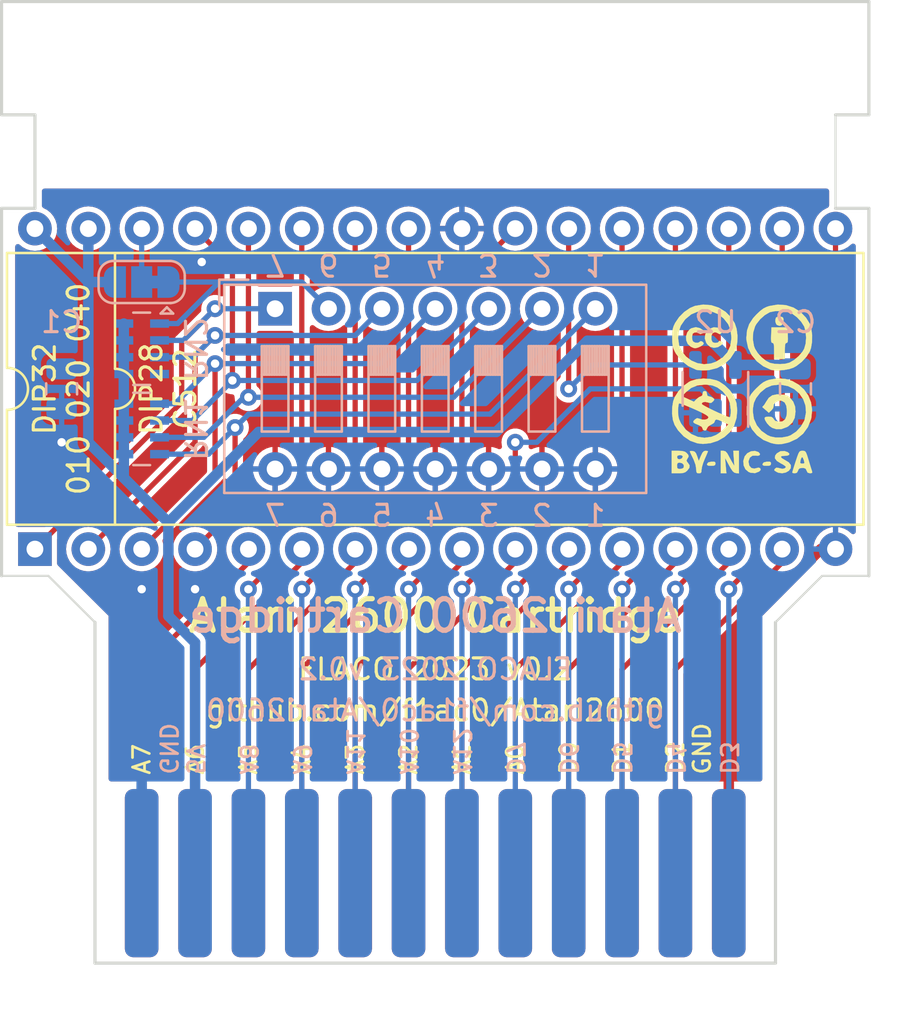
<source format=kicad_pcb>
(kicad_pcb (version 20221018) (generator pcbnew)
  (title_block (title "Atari 2600 Cartridge") (date "2023-05-30") (rev "0.2") (company "FLACO"))
  (layers (0 "F.Cu" signal) (31 "B.Cu" signal) (34 "B.Paste" user) (35 "F.Paste" user) (36 "B.SilkS" user "B.Silkscreen") (37 "F.SilkS" user "F.Silkscreen") (38 "B.Mask" user) (39 "F.Mask" user) (44 "Edge.Cuts" user))
  (net 0 "")
  (net 1 "/A7")
  (net 2 "/A6")
  (net 3 "/A5")
  (net 4 "/A4")
  (net 5 "/A3")
  (net 6 "/A2")
  (net 7 "/A1")
  (net 8 "/A0")
  (net 9 "/D0")
  (net 10 "/D1")
  (net 11 "/D2")
  (net 12 "GND")
  (net 13 "/D3")
  (net 14 "/D4")
  (net 15 "/D5")
  (net 16 "/D6")
  (net 17 "/D7")
  (net 18 "/A12")
  (net 19 "/A10")
  (net 20 "/A11")
  (net 21 "/A9")
  (net 22 "/A8")
  (net 23 "+5V")
  (net 24 "/ROMA12")
  (net 25 "/ROMA13")
  (net 26 "/ROMA14")
  (net 27 "/ROMA15")
  (net 28 "/ROMCE")
  (net 29 "/ROMA18")
  (net 30 "/ROMA16")
  (net 31 "/ROMA17")
  (net 33 "/ROMA17JP")
  (footprint "Package_DIP:DIP-32_W15.24mm" (layer "F.Cu") (at 158.75 111.125 90)
    (fp_text reference "U1" hide)
    (fp_text value "SST39SF040")
    (pad "1" thru_hole rect (at 0 0 90) (size 1.6 1.6) (drill 0.8) (layers "*.Cu" "*.Mask") (net 29 "/ROMA18"))
    (pad "2" thru_hole oval (at 0 2.54 90) (size 1.6 1.6) (drill 0.8) (layers "*.Cu" "*.Mask") (net 30 "/ROMA16"))
    (pad "3" thru_hole oval (at 0 5.08 90) (size 1.6 1.6) (drill 0.8) (layers "*.Cu" "*.Mask") (net 27 "/ROMA15"))
    (pad "4" thru_hole oval (at 0 7.62 90) (size 1.6 1.6) (drill 0.8) (layers "*.Cu" "*.Mask") (net 24 "/ROMA12"))
    (pad "5" thru_hole oval (at 0 10.16 90) (size 1.6 1.6) (drill 0.8) (layers "*.Cu" "*.Mask") (net 1 "/A7"))
    (pad "6" thru_hole oval (at 0 12.7 90) (size 1.6 1.6) (drill 0.8) (layers "*.Cu" "*.Mask") (net 2 "/A6"))
    (pad "7" thru_hole oval (at 0 15.24 90) (size 1.6 1.6) (drill 0.8) (layers "*.Cu" "*.Mask") (net 3 "/A5"))
    (pad "8" thru_hole oval (at 0 17.78 90) (size 1.6 1.6) (drill 0.8) (layers "*.Cu" "*.Mask") (net 4 "/A4"))
    (pad "9" thru_hole oval (at 0 20.32 90) (size 1.6 1.6) (drill 0.8) (layers "*.Cu" "*.Mask") (net 5 "/A3"))
    (pad "10" thru_hole oval (at 0 22.86 90) (size 1.6 1.6) (drill 0.8) (layers "*.Cu" "*.Mask") (net 6 "/A2"))
    (pad "11" thru_hole oval (at 0 25.4 90) (size 1.6 1.6) (drill 0.8) (layers "*.Cu" "*.Mask") (net 7 "/A1"))
    (pad "12" thru_hole oval (at 0 27.94 90) (size 1.6 1.6) (drill 0.8) (layers "*.Cu" "*.Mask") (net 8 "/A0"))
    (pad "13" thru_hole oval (at 0 30.48 90) (size 1.6 1.6) (drill 0.8) (layers "*.Cu" "*.Mask") (net 9 "/D0"))
    (pad "14" thru_hole oval (at 0 33.02 90) (size 1.6 1.6) (drill 0.8) (layers "*.Cu" "*.Mask") (net 10 "/D1"))
    (pad "15" thru_hole oval (at 0 35.56 90) (size 1.6 1.6) (drill 0.8) (layers "*.Cu" "*.Mask") (net 11 "/D2"))
    (pad "16" thru_hole oval (at 0 38.1 90) (size 1.6 1.6) (drill 0.8) (layers "*.Cu" "*.Mask") (net 12 "GND"))
    (pad "17" thru_hole oval (at 15.24 38.1 90) (size 1.6 1.6) (drill 0.8) (layers "*.Cu" "*.Mask") (net 13 "/D3"))
    (pad "18" thru_hole oval (at 15.24 35.56 90) (size 1.6 1.6) (drill 0.8) (layers "*.Cu" "*.Mask") (net 14 "/D4"))
    (pad "19" thru_hole oval (at 15.24 33.02 90) (size 1.6 1.6) (drill 0.8) (layers "*.Cu" "*.Mask") (net 15 "/D5"))
    (pad "20" thru_hole oval (at 15.24 30.48 90) (size 1.6 1.6) (drill 0.8) (layers "*.Cu" "*.Mask") (net 16 "/D6"))
    (pad "21" thru_hole oval (at 15.24 27.94 90) (size 1.6 1.6) (drill 0.8) (layers "*.Cu" "*.Mask") (net 17 "/D7"))
    (pad "22" thru_hole oval (at 15.24 25.4 90) (size 1.6 1.6) (drill 0.8) (layers "*.Cu" "*.Mask") (net 28 "/ROMCE"))
    (pad "23" thru_hole oval (at 15.24 22.86 90) (size 1.6 1.6) (drill 0.8) (layers "*.Cu" "*.Mask") (net 19 "/A10"))
    (pad "24" thru_hole oval (at 15.24 20.32 90) (size 1.6 1.6) (drill 0.8) (layers "*.Cu" "*.Mask") (net 12 "GND"))
    (pad "25" thru_hole oval (at 15.24 17.78 90) (size 1.6 1.6) (drill 0.8) (layers "*.Cu" "*.Mask") (net 20 "/A11"))
    (pad "26" thru_hole oval (at 15.24 15.24 90) (size 1.6 1.6) (drill 0.8) (layers "*.Cu" "*.Mask") (net 21 "/A9"))
    (pad "27" thru_hole oval (at 15.24 12.7 90) (size 1.6 1.6) (drill 0.8) (layers "*.Cu" "*.Mask") (net 22 "/A8"))
    (pad "28" thru_hole oval (at 15.24 10.16 90) (size 1.6 1.6) (drill 0.8) (layers "*.Cu" "*.Mask") (net 25 "/ROMA13"))
    (pad "29" thru_hole oval (at 15.24 7.62 90) (size 1.6 1.6) (drill 0.8) (layers "*.Cu" "*.Mask") (net 26 "/ROMA14"))
    (pad "30" thru_hole oval (at 15.24 5.08 90) (size 1.6 1.6) (drill 0.8) (layers "*.Cu" "*.Mask") (net 31 "/ROMA17"))
    (pad "31" thru_hole oval (at 15.24 2.54 90) (size 1.6 1.6) (drill 0.8) (layers "*.Cu" "*.Mask") (net 23 "+5V"))
    (pad "32" thru_hole oval (at 15.24 0 90) (size 1.6 1.6) (drill 0.8) (layers "*.Cu" "*.Mask") (net 23 "+5V"))
  )
  (footprint "Sassa:CC_BY_NC_SA_square_silkscreen" (layer "F.Cu") (at 192.405 103.505)
    (fp_text reference "FID1" hide)
    (fp_text value "License" hide)
  )
  (footprint "Sassa:Atari2600_Cartridge_2x12_P2.54mm" (layer "F.Cu") (at 163.83 126.532)
    (fp_text reference "J1" hide)
    (fp_text value "Atari_2600_Cartridge_Port")
    (pad "1" smd roundrect (at 0 0) (size 1.6 8) (layers "F.Cu" "F.Paste" "F.Mask") (net 1 "/A7"))
    (pad "2" smd roundrect (at 2.54 0) (size 1.6 8) (layers "F.Cu" "F.Paste" "F.Mask") (net 2 "/A6"))
    (pad "3" smd roundrect (at 5.08 0) (size 1.6 8) (layers "F.Cu" "F.Paste" "F.Mask") (net 3 "/A5"))
    (pad "4" smd roundrect (at 7.62 0) (size 1.6 8) (layers "F.Cu" "F.Paste" "F.Mask") (net 4 "/A4"))
    (pad "5" smd roundrect (at 10.16 0) (size 1.6 8) (layers "F.Cu" "F.Paste" "F.Mask") (net 5 "/A3"))
    (pad "6" smd roundrect (at 12.7 0) (size 1.6 8) (layers "F.Cu" "F.Paste" "F.Mask") (net 6 "/A2"))
    (pad "7" smd roundrect (at 15.24 0) (size 1.6 8) (layers "F.Cu" "F.Paste" "F.Mask") (net 7 "/A1"))
    (pad "8" smd roundrect (at 17.78 0) (size 1.6 8) (layers "F.Cu" "F.Paste" "F.Mask") (net 8 "/A0"))
    (pad "9" smd roundrect (at 20.32 0) (size 1.6 8) (layers "F.Cu" "F.Paste" "F.Mask") (net 9 "/D0"))
    (pad "10" smd roundrect (at 22.86 0) (size 1.6 8) (layers "F.Cu" "F.Paste" "F.Mask") (net 10 "/D1"))
    (pad "11" smd roundrect (at 25.4 0) (size 1.6 8) (layers "F.Cu" "F.Paste" "F.Mask") (net 11 "/D2"))
    (pad "12" smd roundrect (at 27.94 0) (size 1.6 8) (layers "F.Cu" "F.Paste" "F.Mask") (net 12 "GND"))
    (pad "13" smd roundrect (at 27.94 0) (size 1.6 8) (layers "B.Cu" "B.Paste" "B.Mask") (net 13 "/D3"))
    (pad "14" smd roundrect (at 25.4 0) (size 1.6 8) (layers "B.Cu" "B.Paste" "B.Mask") (net 14 "/D4"))
    (pad "15" smd roundrect (at 22.86 0) (size 1.6 8) (layers "B.Cu" "B.Paste" "B.Mask") (net 15 "/D5"))
    (pad "16" smd roundrect (at 20.32 0) (size 1.6 8) (layers "B.Cu" "B.Paste" "B.Mask") (net 16 "/D6"))
    (pad "17" smd roundrect (at 17.78 0) (size 1.6 8) (layers "B.Cu" "B.Paste" "B.Mask") (net 17 "/D7"))
    (pad "18" smd roundrect (at 15.24 0) (size 1.6 8) (layers "B.Cu" "B.Paste" "B.Mask") (net 18 "/A12"))
    (pad "19" smd roundrect (at 12.7 0) (size 1.6 8) (layers "B.Cu" "B.Paste" "B.Mask") (net 19 "/A10"))
    (pad "20" smd roundrect (at 10.16 0) (size 1.6 8) (layers "B.Cu" "B.Paste" "B.Mask") (net 20 "/A11"))
    (pad "21" smd roundrect (at 7.62 0) (size 1.6 8) (layers "B.Cu" "B.Paste" "B.Mask") (net 21 "/A9"))
    (pad "22" smd roundrect (at 5.08 0) (size 1.6 8) (layers "B.Cu" "B.Paste" "B.Mask") (net 22 "/A8"))
    (pad "23" smd roundrect (at 2.54 0) (size 1.6 8) (layers "B.Cu" "B.Paste" "B.Mask") (net 23 "+5V"))
    (pad "24" smd roundrect (at 0 0) (size 1.6 8) (layers "B.Cu" "B.Paste" "B.Mask") (net 12 "GND"))
  )
  (footprint "Jumper:SolderJumper-3_P1.3mm_Bridged12_RoundedPad1.0x1.5mm" (layer "B.Cu") (at 163.83 98.425 180)
    (fp_text reference "JP1" hide)
    (fp_text value "27C512")
    (fp_poly (pts (xy -0.9 0.3) (xy -0.4 0.3) (xy -0.4 -0.3) (xy -0.9 -0.3)) (fill solid) (layer "B.Cu"))
    (pad "1" smd custom (at -1.3 0 180) (size 1 0.5) (layers "B.Cu" "B.Mask") (net 33 "/ROMA17JP") (options (clearance outline) (anchor rect)) (primitives (gr_circle (center 0 -0.25) (end 0.5 -0.25) (width 0) (fill yes)) (gr_circle (center 0 0.25) (end 0.5 0.25) (width 0) (fill yes)) (gr_poly (pts (xy 0.55 -0.75) (xy 0 -0.75) (xy 0 0.75) (xy 0.55 0.75)) (width 0) (fill yes))))
    (pad "2" smd rect (at 0 0 180) (size 1 1.5) (layers "B.Cu" "B.Mask") (net 31 "/ROMA17"))
    (pad "3" smd custom (at 1.3 0 180) (size 1 0.5) (layers "B.Cu" "B.Mask") (net 23 "+5V") (options (clearance outline) (anchor rect)) (primitives (gr_circle (center 0 -0.25) (end 0.5 -0.25) (width 0) (fill yes)) (gr_circle (center 0 0.25) (end 0.5 0.25) (width 0) (fill yes)) (gr_poly (pts (xy 0 -0.75) (xy -0.55 -0.75) (xy -0.55 0.75) (xy 0 0.75)) (width 0) (fill yes))))
  )
  (footprint "Package_TO_SOT_SMD:SOT-23-5" (layer "B.Cu") (at 191.135 103.505 90)
    (fp_text reference "U2" (at 3.175 0 unlocked) (layer "B.SilkS") (effects (justify mirror)))
    (fp_text value "74LVC1G04")
    (pad "1" smd roundrect (at -1.1375 0.95 90) (size 1.325 0.6) (layers "B.Cu" "B.Paste" "B.Mask"))
    (pad "2" smd roundrect (at -1.1375 0 90) (size 1.325 0.6) (layers "B.Cu" "B.Paste" "B.Mask") (net 18 "/A12"))
    (pad "3" smd roundrect (at -1.1375 -0.95 90) (size 1.325 0.6) (layers "B.Cu" "B.Paste" "B.Mask") (net 12 "GND"))
    (pad "4" smd roundrect (at 1.1375 -0.95 90) (size 1.325 0.6) (layers "B.Cu" "B.Paste" "B.Mask") (net 28 "/ROMCE"))
    (pad "5" smd roundrect (at 1.1375 0.95 90) (size 1.325 0.6) (layers "B.Cu" "B.Paste" "B.Mask") (net 23 "+5V"))
  )
  (footprint "Capacitor_SMD:C_0805_2012Metric" (layer "B.Cu") (at 194.945 103.505 -90)
    (fp_text reference "C2" (at -3.175 0 unlocked) (layer "B.SilkS") (effects (justify mirror)))
    (fp_text value "100nF")
    (pad "1" smd roundrect (at -0.95 0 270) (size 1 1.45) (layers "B.Cu" "B.Paste" "B.Mask") (net 23 "+5V"))
    (pad "2" smd roundrect (at 0.95 0 270) (size 1 1.45) (layers "B.Cu" "B.Paste" "B.Mask") (net 12 "GND"))
  )
  (footprint "Button_Switch_THT:SW_DIP_SPSTx07_Slide_9.78x19.96mm_W7.62mm_P2.54mm" (layer "B.Cu") (at 170.18 99.695 -90)
    (fp_text reference "SW1" hide)
    (fp_text value "SW_DIP_x07")
    (pad "1" thru_hole rect (at 0 0 270) (size 1.6 1.6) (drill 0.8) (layers "*.Cu" "*.Mask") (net 29 "/ROMA18"))
    (pad "2" thru_hole oval (at 0 -2.54 270) (size 1.6 1.6) (drill 0.8) (layers "*.Cu" "*.Mask") (net 33 "/ROMA17JP"))
    (pad "3" thru_hole oval (at 0 -5.08 270) (size 1.6 1.6) (drill 0.8) (layers "*.Cu" "*.Mask") (net 30 "/ROMA16"))
    (pad "4" thru_hole oval (at 0 -7.62 270) (size 1.6 1.6) (drill 0.8) (layers "*.Cu" "*.Mask") (net 27 "/ROMA15"))
    (pad "5" thru_hole oval (at 0 -10.16 270) (size 1.6 1.6) (drill 0.8) (layers "*.Cu" "*.Mask") (net 26 "/ROMA14"))
    (pad "6" thru_hole oval (at 0 -12.7 270) (size 1.6 1.6) (drill 0.8) (layers "*.Cu" "*.Mask") (net 25 "/ROMA13"))
    (pad "7" thru_hole oval (at 0 -15.24 270) (size 1.6 1.6) (drill 0.8) (layers "*.Cu" "*.Mask") (net 24 "/ROMA12"))
    (pad "8" thru_hole oval (at 7.62 -15.24 270) (size 1.6 1.6) (drill 0.8) (layers "*.Cu" "*.Mask") (net 12 "GND"))
    (pad "9" thru_hole oval (at 7.62 -12.7 270) (size 1.6 1.6) (drill 0.8) (layers "*.Cu" "*.Mask") (net 12 "GND"))
    (pad "10" thru_hole oval (at 7.62 -10.16 270) (size 1.6 1.6) (drill 0.8) (layers "*.Cu" "*.Mask") (net 12 "GND"))
    (pad "11" thru_hole oval (at 7.62 -7.62 270) (size 1.6 1.6) (drill 0.8) (layers "*.Cu" "*.Mask") (net 12 "GND"))
    (pad "12" thru_hole oval (at 7.62 -5.08 270) (size 1.6 1.6) (drill 0.8) (layers "*.Cu" "*.Mask") (net 12 "GND"))
    (pad "13" thru_hole oval (at 7.62 -2.54 270) (size 1.6 1.6) (drill 0.8) (layers "*.Cu" "*.Mask") (net 12 "GND"))
    (pad "14" thru_hole oval (at 7.62 0 270) (size 1.6 1.6) (drill 0.8) (layers "*.Cu" "*.Mask") (net 12 "GND"))
  )
  (footprint "Resistor_SMD:R_Array_Concave_4x0603" (layer "B.Cu") (at 163.83 101.6 180)
    (fp_text reference "RN2" (at -2.54 0 270 unlocked) (layer "B.SilkS") (effects (justify mirror)))
    (fp_text value "10k")
    (pad "1" smd rect (at -0.85 1.2 180) (size 0.9 0.4) (layers "B.Cu" "B.Paste" "B.Mask") (net 33 "/ROMA17JP"))
    (pad "2" smd rect (at -0.85 0.4 180) (size 0.9 0.4) (layers "B.Cu" "B.Paste" "B.Mask") (net 29 "/ROMA18"))
    (pad "3" smd rect (at -0.85 -0.4 180) (size 0.9 0.4) (layers "B.Cu" "B.Paste" "B.Mask") (net 30 "/ROMA16"))
    (pad "4" smd rect (at -0.85 -1.2 180) (size 0.9 0.4) (layers "B.Cu" "B.Paste" "B.Mask"))
    (pad "5" smd rect (at 0.85 -1.2 180) (size 0.9 0.4) (layers "B.Cu" "B.Paste" "B.Mask") (net 23 "+5V"))
    (pad "6" smd rect (at 0.85 -0.4 180) (size 0.9 0.4) (layers "B.Cu" "B.Paste" "B.Mask") (net 23 "+5V"))
    (pad "7" smd rect (at 0.85 0.4 180) (size 0.9 0.4) (layers "B.Cu" "B.Paste" "B.Mask") (net 23 "+5V"))
    (pad "8" smd rect (at 0.85 1.2 180) (size 0.9 0.4) (layers "B.Cu" "B.Paste" "B.Mask") (net 23 "+5V"))
  )
  (footprint "Capacitor_SMD:C_0805_2012Metric" (layer "B.Cu") (at 160.02 103.505 -90)
    (fp_text reference "C1" (at -3.175 0 unlocked) (layer "B.SilkS") (effects (justify mirror)))
    (fp_text value "100nF")
    (pad "1" smd roundrect (at -0.95 0 270) (size 1 1.45) (layers "B.Cu" "B.Paste" "B.Mask") (net 23 "+5V"))
    (pad "2" smd roundrect (at 0.95 0 270) (size 1 1.45) (layers "B.Cu" "B.Paste" "B.Mask") (net 12 "GND"))
  )
  (footprint "Resistor_SMD:R_Array_Concave_4x0603" (layer "B.Cu") (at 163.83 105.41 180)
    (fp_text reference "RN1" (at -2.54 0 270 unlocked) (layer "B.SilkS") (effects (justify mirror)))
    (fp_text value "10k")
    (pad "1" smd rect (at -0.85 1.2 180) (size 0.9 0.4) (layers "B.Cu" "B.Paste" "B.Mask") (net 27 "/ROMA15"))
    (pad "2" smd rect (at -0.85 0.4 180) (size 0.9 0.4) (layers "B.Cu" "B.Paste" "B.Mask") (net 26 "/ROMA14"))
    (pad "3" smd rect (at -0.85 -0.4 180) (size 0.9 0.4) (layers "B.Cu" "B.Paste" "B.Mask") (net 25 "/ROMA13"))
    (pad "4" smd rect (at -0.85 -1.2 180) (size 0.9 0.4) (layers "B.Cu" "B.Paste" "B.Mask") (net 24 "/ROMA12"))
    (pad "5" smd rect (at 0.85 -1.2 180) (size 0.9 0.4) (layers "B.Cu" "B.Paste" "B.Mask") (net 23 "+5V"))
    (pad "6" smd rect (at 0.85 -0.4 180) (size 0.9 0.4) (layers "B.Cu" "B.Paste" "B.Mask") (net 23 "+5V"))
    (pad "7" smd rect (at 0.85 0.4 180) (size 0.9 0.4) (layers "B.Cu" "B.Paste" "B.Mask") (net 23 "+5V"))
    (pad "8" smd rect (at 0.85 1.2 180) (size 0.9 0.4) (layers "B.Cu" "B.Paste" "B.Mask") (net 23 "+5V"))
  )
  (gr_arc (start 162.56 102.5525) (mid 163.5125 103.505) (end 162.56 104.4575) (stroke (width 0.12)) (layer "F.SilkS"))
  (gr_line (start 162.56 104.4575) (end 162.56 109.965) (stroke (width 0.12)) (layer "F.SilkS"))
  (gr_line (start 162.56 97.045) (end 162.56 102.5525) (stroke (width 0.12)) (layer "F.SilkS"))
  (gr_line (start 193.9925 114.605) (end 193.9925 130.81) (stroke (width 0.15)) (layer "Edge.Cuts"))
  (gr_line (start 196.85 94.92) (end 198.4375 94.92) (stroke (width 0.15)) (layer "Edge.Cuts"))
  (gr_line (start 157.1625 94.92) (end 158.75 94.92) (stroke (width 0.15)) (layer "Edge.Cuts"))
  (gr_line (start 157.1625 90.475) (end 157.1625 85.09) (stroke (width 0.15)) (layer "Edge.Cuts"))
  (gr_line (start 161.6075 130.81) (end 193.9925 130.81) (stroke (width 0.15)) (layer "Edge.Cuts"))
  (gr_line (start 198.4375 94.92) (end 198.4375 112.395) (stroke (width 0.15)) (layer "Edge.Cuts"))
  (gr_line (start 157.1625 85.09) (end 198.4375 85.09) (stroke (width 0.15)) (layer "Edge.Cuts"))
  (gr_line (start 161.6075 130.81) (end 161.6075 114.605) (stroke (width 0.15)) (layer "Edge.Cuts"))
  (gr_line (start 196.85 90.475) (end 196.85 94.92) (stroke (width 0.1)) (layer "Edge.Cuts"))
  (gr_line (start 198.4375 90.475) (end 196.85 90.475) (stroke (width 0.15)) (layer "Edge.Cuts"))
  (gr_line (start 198.4375 85.09) (end 198.4375 90.475) (stroke (width 0.15)) (layer "Edge.Cuts"))
  (gr_line (start 158.75 94.92) (end 158.75 90.475) (stroke (width 0.15)) (layer "Edge.Cuts"))
  (gr_line (start 159.385 112.395) (end 161.6075 114.605) (stroke (width 0.1)) (layer "Edge.Cuts"))
  (gr_line (start 196.215 112.395) (end 193.9925 114.605) (stroke (width 0.1)) (layer "Edge.Cuts"))
  (gr_line (start 198.4375 112.395) (end 196.215 112.395) (stroke (width 0.1)) (layer "Edge.Cuts"))
  (gr_line (start 157.1625 112.395) (end 157.1625 94.92) (stroke (width 0.15)) (layer "Edge.Cuts"))
  (gr_line (start 157.1625 112.395) (end 159.385 112.395) (stroke (width 0.1)) (layer "Edge.Cuts"))
  (gr_line (start 158.75 90.475) (end 157.1625 90.475) (stroke (width 0.15)) (layer "Edge.Cuts"))
  (gr_text "3" (at 180.34 109.5375) (layer "B.SilkS") (effects (font (size 1 1)) (justify mirror)))
  (gr_text "github.com/f1ac0/Atari2600" (at 177.8 119.38) (layer "B.SilkS") (effects (font (size 1 1)) (justify bottom mirror)))
  (gr_text "D6" (at 184.15 121.92 270) (layer "B.SilkS") (effects (font (size 0.8 0.8) (thickness 0.13)) (justify left mirror)))
  (gr_text "D7" (at 181.61 121.92 270) (layer "B.SilkS") (effects (font (size 0.8 0.8) (thickness 0.13)) (justify left mirror)))
  (gr_text "5" (at 175.26 97.5995 180) (layer "B.SilkS") (effects (font (size 1 1)) (justify mirror)))
  (gr_text "4" (at 177.8 97.5995 180) (layer "B.SilkS") (effects (font (size 1 1)) (justify mirror)))
  (gr_text "6" (at 172.72 109.5375) (layer "B.SilkS") (effects (font (size 1 1)) (justify mirror)))
  (gr_text "Atari 2600 Cartridge" (at 177.8 114.3) (layer "B.SilkS") (effects (font (size 1.5 1.5) (thickness 0.25)) (justify mirror)))
  (gr_text "3" (at 180.34 97.5995 180) (layer "B.SilkS") (effects (font (size 1 1)) (justify mirror)))
  (gr_text "D4" (at 189.23 121.92 270) (layer "B.SilkS") (effects (font (size 0.8 0.8) (thickness 0.13)) (justify left mirror)))
  (gr_text "5V" (at 166.37 121.92 270) (layer "B.SilkS") (effects (font (size 0.8 0.8) (thickness 0.13)) (justify left mirror)))
  (gr_text "7" (at 170.18 109.5375) (layer "B.SilkS") (effects (font (size 1 1)) (justify mirror)))
  (gr_text "D3" (at 191.77 121.92 270) (layer "B.SilkS") (effects (font (size 0.8 0.8) (thickness 0.13)) (justify left mirror)))
  (gr_text "4" (at 177.8 109.5375) (layer "B.SilkS") (effects (font (size 1 1)) (justify mirror)))
  (gr_text "1" (at 185.42 97.5995 180) (layer "B.SilkS") (effects (font (size 1 1)) (justify mirror)))
  (gr_text "6" (at 172.72 97.5995 180) (layer "B.SilkS") (effects (font (size 1 1)) (justify mirror)))
  (gr_text "D5" (at 186.69 121.92 270) (layer "B.SilkS") (effects (font (size 0.8 0.8) (thickness 0.13)) (justify left mirror)))
  (gr_text "A11" (at 173.99 121.92 270) (layer "B.SilkS") (effects (font (size 0.8 0.8) (thickness 0.13)) (justify left mirror)))
  (gr_text "A8" (at 168.91 121.92 270) (layer "B.SilkS") (effects (font (size 0.8 0.8) (thickness 0.13)) (justify left mirror)))
  (gr_text "1" (at 185.42 109.5375) (layer "B.SilkS") (effects (font (size 1 1)) (justify mirror)))
  (gr_text "5" (at 175.26 109.5375) (layer "B.SilkS") (effects (font (size 1 1)) (justify mirror)))
  (gr_text "2" (at 182.88 109.5375) (layer "B.SilkS") (effects (font (size 1 1)) (justify mirror)))
  (gr_text "7" (at 170.18 97.5995 180) (layer "B.SilkS") (effects (font (size 1 1)) (justify mirror)))
  (gr_text "GND" (at 165.1 121.92 -90) (layer "B.SilkS") (effects (font (size 0.8 0.8) (thickness 0.13)) (justify left mirror)))
  (gr_text "A10" (at 176.53 121.92 270) (layer "B.SilkS") (effects (font (size 0.8 0.8) (thickness 0.13)) (justify left mirror)))
  (gr_text "A12" (at 179.07 121.92 270) (layer "B.SilkS") (effects (font (size 0.8 0.8) (thickness 0.13)) (justify left mirror)))
  (gr_text "A9" (at 171.45 121.92 270) (layer "B.SilkS") (effects (font (size 0.8 0.8) (thickness 0.13)) (justify left mirror)))
  (gr_text "2" (at 182.88 97.5995 180) (layer "B.SilkS") (effects (font (size 1 1)) (justify mirror)))
  (gr_text "FLACO 2023 v0.2" (at 177.8 116.84) (layer "B.SilkS") (effects (font (size 1 1)) (justify mirror)))
  (gr_text "FLACO 2023 v0.2" (at 177.8 116.84) (layer "F.SilkS") (effects (font (size 1 1))))
  (gr_text "DIP28\nC512" (at 165.1 103.505 90) (layer "F.SilkS") (effects (font (size 1 1))))
  (gr_text "D0" (at 184.15 121.92 90) (layer "F.SilkS") (effects (font (size 0.8 0.8) (thickness 0.13)) (justify left)))
  (gr_text "A3" (at 173.99 121.92 90) (layer "F.SilkS") (effects (font (size 0.8 0.8) (thickness 0.13)) (justify left)))
  (gr_text "A0" (at 181.61 121.92 90) (layer "F.SilkS") (effects (font (size 0.8 0.8) (thickness 0.13)) (justify left)))
  (gr_text "Atari 2600 Cartridge" (at 177.8 114.3) (layer "F.SilkS") (effects (font (size 1.5 1.5) (thickness 0.25))))
  (gr_text "DIP32\n010 020 040" (at 160.02 103.505 90) (layer "F.SilkS") (effects (font (size 1 1))))
  (gr_text "A4" (at 171.45 121.92 90) (layer "F.SilkS") (effects (font (size 0.8 0.8) (thickness 0.13)) (justify left)))
  (gr_text "A7" (at 163.83 121.92 90) (layer "F.SilkS") (effects (font (size 0.8 0.8) (thickness 0.13)) (justify left)))
  (gr_text "A1" (at 179.07 121.92 90) (layer "F.SilkS") (effects (font (size 0.8 0.8) (thickness 0.13)) (justify left)))
  (gr_text "GND" (at 190.5 121.92 90) (layer "F.SilkS") (effects (font (size 0.8 0.8) (thickness 0.13)) (justify left)))
  (gr_text "D1" (at 186.69 121.92 90) (layer "F.SilkS") (effects (font (size 0.8 0.8) (thickness 0.13)) (justify left)))
  (gr_text "A2" (at 176.53 121.92 90) (layer "F.SilkS") (effects (font (size 0.8 0.8) (thickness 0.13)) (justify left)))
  (gr_text "A6" (at 166.37 121.92 90) (layer "F.SilkS") (effects (font (size 0.8 0.8) (thickness 0.13)) (justify left)))
  (gr_text "github.com/f1ac0/Atari2600" (at 177.8 119.38) (layer "F.SilkS") (effects (font (size 1 1)) (justify bottom)))
  (gr_text "A5" (at 168.91 121.92 90) (layer "F.SilkS") (effects (font (size 0.8 0.8) (thickness 0.13)) (justify left)))
  (gr_text "D2" (at 189.23 121.92 90) (layer "F.SilkS") (effects (font (size 0.8 0.8) (thickness 0.13)) (justify left)))
  (segment (start 163.83 126.532) (end 163.83 116.84) (width 0.25) (layer "F.Cu") (net 1))
  (segment (start 168.91 111.76) (end 168.91 111.125) (width 0.25) (layer "F.Cu") (net 1))
  (segment (start 163.83 116.84) (end 168.91 111.76) (width 0.25) (layer "F.Cu") (net 1))
  (segment (start 166.37 126.532) (end 166.37 116.84) (width 0.25) (layer "F.Cu") (net 2))
  (segment (start 166.37 116.84) (end 171.45 111.76) (width 0.25) (layer "F.Cu") (net 2))
  (segment (start 171.45 111.76) (end 171.45 111.125) (width 0.25) (layer "F.Cu") (net 2))
  (segment (start 173.99 111.76) (end 173.99 111.125) (width 0.25) (layer "F.Cu") (net 3))
  (segment (start 168.91 116.84) (end 173.99 111.76) (width 0.25) (layer "F.Cu") (net 3))
  (segment (start 168.91 126.532) (end 168.91 116.84) (width 0.25) (layer "F.Cu") (net 3))
  (segment (start 171.45 126.532) (end 171.45 116.812902) (width 0.25) (layer "F.Cu") (net 4))
  (segment (start 171.45 116.812902) (end 176.53 111.732902) (width 0.25) (layer "F.Cu") (net 4))
  (segment (start 176.53 111.732902) (end 176.53 111.125) (width 0.25) (layer "F.Cu") (net 4))
  (segment (start 173.99 126.532) (end 173.99 116.84) (width 0.25) (layer "F.Cu") (net 5))
  (segment (start 173.99 116.84) (end 179.07 111.76) (width 0.25) (layer "F.Cu") (net 5))
  (segment (start 179.07 111.76) (end 179.07 111.125) (width 0.25) (layer "F.Cu") (net 5))
  (segment (start 176.53 116.812902) (end 181.61 111.732902) (width 0.25) (layer "F.Cu") (net 6))
  (segment (start 181.61 111.732902) (end 181.61 111.125) (width 0.25) (layer "F.Cu") (net 6))
  (segment (start 176.53 126.532) (end 176.53 116.812902) (width 0.25) (layer "F.Cu") (net 6))
  (segment (start 184.15 111.76) (end 184.15 111.125) (width 0.25) (layer "F.Cu") (net 7))
  (segment (start 179.07 126.532) (end 179.07 116.84) (width 0.25) (layer "F.Cu") (net 7))
  (segment (start 179.07 116.84) (end 184.15 111.76) (width 0.25) (layer "F.Cu") (net 7))
  (segment (start 181.61 116.84) (end 186.69 111.76) (width 0.25) (layer "F.Cu") (net 8))
  (segment (start 186.69 111.76) (end 186.69 111.125) (width 0.25) (layer "F.Cu") (net 8))
  (segment (start 181.61 126.532) (end 181.61 116.84) (width 0.25) (layer "F.Cu") (net 8))
  (segment (start 189.23 111.76) (end 189.23 111.125) (width 0.25) (layer "F.Cu") (net 9))
  (segment (start 184.15 126.532) (end 184.15 116.84) (width 0.25) (layer "F.Cu") (net 9))
  (segment (start 184.15 116.84) (end 189.23 111.76) (width 0.25) (layer "F.Cu") (net 9))
  (segment (start 191.77 111.76) (end 191.77 111.125) (width 0.25) (layer "F.Cu") (net 10))
  (segment (start 186.69 116.84) (end 191.77 111.76) (width 0.25) (layer "F.Cu") (net 10))
  (segment (start 186.69 126.532) (end 186.69 116.84) (width 0.25) (layer "F.Cu") (net 10))
  (segment (start 194.31 111.76) (end 194.31 111.125) (width 0.25) (layer "F.Cu") (net 11))
  (segment (start 189.23 126.532) (end 189.23 116.84) (width 0.25) (layer "F.Cu") (net 11))
  (segment (start 189.23 116.84) (end 194.31 111.76) (width 0.25) (layer "F.Cu") (net 11))
  (segment (start 191.77 115.5065) (end 196.1515 111.125) (width 0.5) (layer "F.Cu") (net 12))
  (segment (start 191.77 126.532) (end 191.77 115.5065) (width 0.5) (layer "F.Cu") (net 12))
  (segment (start 196.1515 111.125) (end 196.85 111.125) (width 0.5) (layer "F.Cu") (net 12))
  (via (at 160.02 106.045) (size 0.8) (drill 0.4) (layers "F.Cu" "B.Cu") (net 12))
  (via (at 163.83 113.03) (size 0.8) (drill 0.4) (layers "F.Cu" "B.Cu") (net 12))
  (via (at 166.6875 97.4725) (size 0.8) (drill 0.4) (layers "F.Cu" "B.Cu") (net 12))
  (via (at 166.37 113.03) (size 0.8) (drill 0.4) (layers "F.Cu" "B.Cu") (net 12))
  (segment (start 163.83 126.532) (end 163.83 121.285) (width 0.5) (layer "B.Cu") (net 12))
  (segment (start 196.85 106.045) (end 196.85 95.885) (width 0.25) (layer "F.Cu") (net 13))
  (segment (start 191.77 113.03) (end 193.04 111.76) (width 0.25) (layer "F.Cu") (net 13))
  (segment (start 193.04 111.76) (end 193.04 109.855) (width 0.25) (layer "F.Cu") (net 13))
  (segment (start 193.04 109.855) (end 196.85 106.045) (width 0.25) (layer "F.Cu") (net 13))
  (via (at 191.77 113.03) (size 0.8) (drill 0.4) (layers "F.Cu" "B.Cu") (net 13))
  (segment (start 191.77 113.03) (end 191.77 126.532) (width 0.25) (layer "B.Cu") (net 13))
  (segment (start 189.23 113.03) (end 190.5 111.76) (width 0.25) (layer "F.Cu") (net 14))
  (segment (start 190.5 111.76) (end 190.5 109.855) (width 0.25) (layer "F.Cu") (net 14))
  (segment (start 190.5 109.855) (end 194.31 106.045) (width 0.25) (layer "F.Cu") (net 14))
  (segment (start 194.31 106.045) (end 194.31 95.885) (width 0.25) (layer "F.Cu") (net 14))
  (via (at 189.23 113.03) (size 0.8) (drill 0.4) (layers "F.Cu" "B.Cu") (net 14))
  (segment (start 189.23 113.03) (end 189.23 126.532) (width 0.25) (layer "B.Cu") (net 14))
  (segment (start 187.96 109.855) (end 191.77 106.045) (width 0.25) (layer "F.Cu") (net 15))
  (segment (start 186.69 113.03) (end 187.96 111.76) (width 0.25) (layer "F.Cu") (net 15))
  (segment (start 187.96 111.76) (end 187.96 109.855) (width 0.25) (layer "F.Cu") (net 15))
  (segment (start 191.77 106.045) (end 191.77 95.885) (width 0.25) (layer "F.Cu") (net 15))
  (via (at 186.69 113.03) (size 0.8) (drill 0.4) (layers "F.Cu" "B.Cu") (net 15))
  (segment (start 186.69 113.03) (end 186.69 126.532) (width 0.25) (layer "B.Cu") (net 15))
  (segment (start 185.42 109.855) (end 189.23 106.045) (width 0.25) (layer "F.Cu") (net 16))
  (segment (start 189.23 106.045) (end 189.23 95.885) (width 0.25) (layer "F.Cu") (net 16))
  (segment (start 185.42 111.76) (end 185.42 109.855) (width 0.25) (layer "F.Cu") (net 16))
  (segment (start 184.15 113.03) (end 185.42 111.76) (width 0.25) (layer "F.Cu") (net 16))
  (via (at 184.15 113.03) (size 0.8) (drill 0.4) (layers "F.Cu" "B.Cu") (net 16))
  (segment (start 184.15 113.03) (end 184.15 126.532) (width 0.25) (layer "B.Cu") (net 16))
  (segment (start 181.61 113.03) (end 182.88 111.76) (width 0.25) (layer "F.Cu") (net 17))
  (segment (start 184.15 106.68) (end 186.69 104.14) (width 0.25) (layer "F.Cu") (net 17))
  (segment (start 186.69 104.14) (end 186.69 95.885) (width 0.25) (layer "F.Cu") (net 17))
  (segment (start 184.15 108.585) (end 184.15 106.68) (width 0.25) (layer "F.Cu") (net 17))
  (segment (start 182.88 111.76) (end 182.88 109.855) (width 0.25) (layer "F.Cu") (net 17))
  (segment (start 182.88 109.855) (end 184.15 108.585) (width 0.25) (layer "F.Cu") (net 17))
  (via (at 181.61 113.03) (size 0.8) (drill 0.4) (layers "F.Cu" "B.Cu") (net 17))
  (segment (start 181.61 113.03) (end 181.61 126.532) (width 0.25) (layer "B.Cu") (net 17))
  (segment (start 180.34 111.76) (end 179.07 113.03) (width 0.25) (layer "F.Cu") (net 18))
  (segment (start 181.61 108.585) (end 180.34 109.855) (width 0.25) (layer "F.Cu") (net 18))
  (segment (start 181.61 106.045) (end 181.61 108.585) (width 0.25) (layer "F.Cu") (net 18))
  (segment (start 180.34 109.855) (end 180.34 111.76) (width 0.25) (layer "F.Cu") (net 18))
  (via (at 179.07 113.03) (size 0.8) (drill 0.4) (layers "F.Cu" "B.Cu") (net 18))
  (via (at 181.61 106.045) (size 0.8) (drill 0.4) (layers "F.Cu" "B.Cu") (net 18))
  (segment (start 190.440875 103.505) (end 185.175305 103.505) (width 0.25) (layer "B.Cu") (net 18))
  (segment (start 191.135 104.6425) (end 191.135 104.199125) (width 0.25) (layer "B.Cu") (net 18))
  (segment (start 179.07 126.532) (end 179.07 113.03) (width 0.25) (layer "B.Cu") (net 18))
  (segment (start 182.635305 106.045) (end 181.61 106.045) (width 0.25) (layer "B.Cu") (net 18))
  (segment (start 191.135 104.199125) (end 190.440875 103.505) (width 0.25) (layer "B.Cu") (net 18))
  (segment (start 185.175305 103.505) (end 182.635305 106.045) (width 0.25) (layer "B.Cu") (net 18))
  (segment (start 179.07 98.425) (end 181.61 95.885) (width 0.25) (layer "F.Cu") (net 19))
  (segment (start 179.07 108.585) (end 179.07 98.425) (width 0.25) (layer "F.Cu") (net 19))
  (segment (start 176.53 113.03) (end 177.8 111.76) (width 0.25) (layer "F.Cu") (net 19))
  (segment (start 177.8 109.855) (end 179.07 108.585) (width 0.25) (layer "F.Cu") (net 19))
  (segment (start 177.8 111.76) (end 177.8 109.855) (width 0.25) (layer "F.Cu") (net 19))
  (via (at 176.53 113.03) (size 0.8) (drill 0.4) (layers "F.Cu" "B.Cu") (net 19))
  (segment (start 176.53 113.03) (end 176.53 126.532) (width 0.25) (layer "B.Cu") (net 19))
  (segment (start 176.53 108.585) (end 176.53 95.885) (width 0.25) (layer "F.Cu") (net 20))
  (segment (start 175.26 111.76) (end 175.26 109.855) (width 0.25) (layer "F.Cu") (net 20))
  (segment (start 175.26 109.855) (end 176.53 108.585) (width 0.25) (layer "F.Cu") (net 20))
  (segment (start 173.99 113.03) (end 175.26 111.76) (width 0.25) (layer "F.Cu") (net 20))
  (via (at 173.99 113.03) (size 0.8) (drill 0.4) (layers "F.Cu" "B.Cu") (net 20))
  (segment (start 173.99 113.03) (end 173.99 126.532) (width 0.25) (layer "B.Cu") (net 20))
  (segment (start 172.72 109.855) (end 173.99 108.585) (width 0.25) (layer "F.Cu") (net 21))
  (segment (start 172.72 111.76) (end 172.72 109.855) (width 0.25) (layer "F.Cu") (net 21))
  (segment (start 173.99 108.585) (end 173.99 95.885) (width 0.25) (layer "F.Cu") (net 21))
  (segment (start 171.45 113.03) (end 172.72 111.76) (width 0.25) (layer "F.Cu") (net 21))
  (via (at 171.45 113.03) (size 0.8) (drill 0.4) (layers "F.Cu" "B.Cu") (net 21))
  (segment (start 171.45 113.03) (end 171.45 126.532) (width 0.25) (layer "B.Cu") (net 21))
  (segment (start 171.45 108.585) (end 171.45 95.885) (width 0.25) (layer "F.Cu") (net 22))
  (segment (start 170.18 111.76) (end 170.18 109.855) (width 0.25) (layer "F.Cu") (net 22))
  (segment (start 168.91 113.03) (end 170.18 111.76) (width 0.25) (layer "F.Cu") (net 22))
  (segment (start 170.18 109.855) (end 171.45 108.585) (width 0.25) (layer "F.Cu") (net 22))
  (via (at 168.91 113.03) (size 0.8) (drill 0.4) (layers "F.Cu" "B.Cu") (net 22))
  (segment (start 168.91 113.03) (end 168.91 126.532) (width 0.25) (layer "B.Cu") (net 22))
  (segment (start 180.703 105.555) (end 169.4 105.555) (width 0.5) (layer "B.Cu") (net 23))
  (segment (start 161.29 102.555) (end 160.02 102.555) (width 0.5) (layer "B.Cu") (net 23))
  (segment (start 194.7575 102.3675) (end 194.945 102.555) (width 0.5) (layer "B.Cu") (net 23))
  (segment (start 158.75 95.885) (end 161.29 98.425) (width 0.5) (layer "B.Cu") (net 23))
  (segment (start 166.37 115.57) (end 166.37 126.532) (width 0.5) (layer "B.Cu") (net 23))
  (segment (start 162.98 100.4) (end 162.98 107.735) (width 0.5) (layer "B.Cu") (net 23))
  (segment (start 165.1 114.3) (end 166.37 115.57) (width 0.5) (layer "B.Cu") (net 23))
  (segment (start 161.29 103.825) (end 161.29 98.425) (width 0.5) (layer "B.Cu") (net 23))
  (segment (start 190.9365 101.219) (end 185.039 101.219) (width 0.5) (layer "B.Cu") (net 23))
  (segment (start 161.29 98.425) (end 161.29 95.885) (width 0.5) (layer "B.Cu") (net 23))
  (segment (start 165.1 109.855) (end 165.1 114.3) (width 0.5) (layer "B.Cu") (net 23))
  (segment (start 165.1 109.855) (end 161.29 106.045) (width 0.5) (layer "B.Cu") (net 23))
  (segment (start 161.29 102.87) (end 161.29 102.555) (width 0.5) (layer "B.Cu") (net 23))
  (segment (start 192.085 102.3675) (end 190.9365 101.219) (width 0.5) (layer "B.Cu") (net 23))
  (segment (start 185.039 101.219) (end 180.703 105.555) (width 0.5) (layer "B.Cu") (net 23))
  (segment (start 161.29 106.045) (end 161.29 103.825) (width 0.5) (layer "B.Cu") (net 23))
  (segment (start 192.085 102.3675) (end 194.7575 102.3675) (width 0.5) (layer "B.Cu") (net 23))
  (segment (start 169.4 105.555) (end 165.1 109.855) (width 0.5) (layer "B.Cu") (net 23))
  (segment (start 162.98 107.735) (end 165.1 109.855) (width 0.5) (layer "B.Cu") (net 23))
  (segment (start 162.53 98.425) (end 161.29 98.425) (width 0.5) (layer "B.Cu") (net 23))
  (segment (start 168.275 105.3465) (end 168.275 109.22) (width 0.25) (layer "F.Cu") (net 24))
  (segment (start 168.275 109.22) (end 166.37 111.125) (width 0.25) (layer "F.Cu") (net 24))
  (via (at 168.275 105.3465) (size 0.8) (drill 0.4) (layers "F.Cu" "B.Cu") (net 24))
  (segment (start 167.0115 106.61) (end 164.68 106.61) (width 0.25) (layer "B.Cu") (net 24))
  (segment (start 168.9165 104.705) (end 180.41 104.705) (width 0.25) (layer "B.Cu") (net 24))
  (segment (start 180.41 104.705) (end 185.42 99.695) (width 0.25) (layer "B.Cu") (net 24))
  (segment (start 168.275 105.3465) (end 168.9165 104.705) (width 0.25) (layer "B.Cu") (net 24))
  (segment (start 168.275 105.3465) (end 167.0115 106.61) (width 0.25) (layer "B.Cu") (net 24))
  (segment (start 168.91 103.905) (end 168.91 95.885) (width 0.25) (layer "F.Cu") (net 25))
  (via (at 168.91 103.905) (size 0.8) (drill 0.4) (layers "F.Cu" "B.Cu") (net 25))
  (segment (start 168.691195 103.905) (end 166.786195 105.81) (width 0.25) (layer "B.Cu") (net 25))
  (segment (start 168.91 103.905) (end 168.691195 103.905) (width 0.25) (layer "B.Cu") (net 25))
  (segment (start 178.67 103.905) (end 182.88 99.695) (width 0.25) (layer "B.Cu") (net 25))
  (segment (start 166.786195 105.81) (end 164.68 105.81) (width 0.25) (layer "B.Cu") (net 25))
  (segment (start 168.91 103.905) (end 178.67 103.905) (width 0.25) (layer "B.Cu") (net 25))
  (segment (start 168.148 103.105) (end 168.148 97.663) (width 0.25) (layer "F.Cu") (net 26))
  (segment (start 168.148 97.663) (end 166.37 95.885) (width 0.25) (layer "F.Cu") (net 26))
  (via (at 168.148 103.105) (size 0.8) (drill 0.4) (layers "F.Cu" "B.Cu") (net 26))
  (segment (start 176.93 103.105) (end 180.34 99.695) (width 0.25) (layer "B.Cu") (net 26))
  (segment (start 166.243 105.01) (end 164.68 105.01) (width 0.25) (layer "B.Cu") (net 26))
  (segment (start 168.148 103.105) (end 176.93 103.105) (width 0.25) (layer "B.Cu") (net 26))
  (segment (start 168.148 103.105) (end 166.243 105.01) (width 0.25) (layer "B.Cu") (net 26))
  (segment (start 167.3225 102.305) (end 167.3225 107.6325) (width 0.25) (layer "F.Cu") (net 27))
  (segment (start 167.3225 107.6325) (end 163.83 111.125) (width 0.25) (layer "F.Cu") (net 27))
  (via (at 167.3225 102.305) (size 0.8) (drill 0.4) (layers "F.Cu" "B.Cu") (net 27))
  (segment (start 175.19 102.305) (end 177.8 99.695) (width 0.25) (layer "B.Cu") (net 27))
  (segment (start 164.68 104.21) (end 165.4175 104.21) (width 0.25) (layer "B.Cu") (net 27))
  (segment (start 165.4175 104.21) (end 167.3225 102.305) (width 0.25) (layer "B.Cu") (net 27))
  (segment (start 167.3225 102.305) (end 175.19 102.305) (width 0.25) (layer "B.Cu") (net 27))
  (segment (start 184.15 103.505) (end 184.15 95.885) (width 0.25) (layer "F.Cu") (net 28))
  (via (at 184.15 103.505) (size 0.8) (drill 0.4) (layers "F.Cu" "B.Cu") (net 28))
  (segment (start 185.2875 102.3675) (end 184.15 103.505) (width 0.25) (layer "B.Cu") (net 28))
  (segment (start 190.185 102.3675) (end 185.2875 102.3675) (width 0.25) (layer "B.Cu") (net 28))
  (segment (start 165.735 104.14) (end 158.75 111.125) (width 0.25) (layer "F.Cu") (net 29))
  (segment (start 167.3225 99.695) (end 165.735 101.2825) (width 0.25) (layer "F.Cu") (net 29))
  (segment (start 165.735 101.2825) (end 165.735 104.14) (width 0.25) (layer "F.Cu") (net 29))
  (via (at 167.3225 99.695) (size 0.8) (drill 0.4) (layers "F.Cu" "B.Cu") (net 29))
  (segment (start 165.8175 101.2) (end 164.68 101.2) (width 0.25) (layer "B.Cu") (net 29))
  (segment (start 167.3225 99.695) (end 165.8175 101.2) (width 0.25) (layer "B.Cu") (net 29))
  (segment (start 167.3225 99.695) (end 170.18 99.695) (width 0.25) (layer "B.Cu") (net 29))
  (segment (start 167.3225 100.965) (end 166.37 101.9175) (width 0.25) (layer "F.Cu") (net 30))
  (segment (start 166.37 106.045) (end 161.29 111.125) (width 0.25) (layer "F.Cu") (net 30))
  (segment (start 166.37 101.9175) (end 166.37 106.045) (width 0.25) (layer "F.Cu") (net 30))
  (via (at 167.3225 100.965) (size 0.8) (drill 0.4) (layers "F.Cu" "B.Cu") (net 30))
  (segment (start 166.2875 102) (end 164.68 102) (width 0.25) (layer "B.Cu") (net 30))
  (segment (start 167.3225 100.965) (end 173.99 100.965) (width 0.25) (layer "B.Cu") (net 30))
  (segment (start 167.3225 100.965) (end 166.2875 102) (width 0.25) (layer "B.Cu") (net 30))
  (segment (start 173.99 100.965) (end 175.26 99.695) (width 0.25) (layer "B.Cu") (net 30))
  (segment (start 163.83 98.425) (end 163.83 95.885) (width 0.25) (layer "B.Cu") (net 31))
  (segment (start 165.13 98.425) (end 171.45 98.425) (width 0.25) (layer "B.Cu") (net 33))
  (segment (start 165.543604 100.4) (end 167.518604 98.425) (width 0.25) (layer "B.Cu") (net 33))
  (segment (start 171.45 98.425) (end 172.72 99.695) (width 0.25) (layer "B.Cu") (net 33))
  (segment (start 164.68 100.4) (end 165.543604 100.4) (width 0.25) (layer "B.Cu") (net 33))
  (zone (net 12) (net_name "GND") (layers "F&B.Cu") (connect_pads (clearance 0.254)) (min_thickness 0.254) (fill yes (thermal_gap 0.254) (thermal_bridge_width 0.254))
    (polygon (pts (xy 159.08 93.98) (xy 159.08 95.25) (xy 157.81 95.25) (xy 157.81 102.235) (xy 157.81 111.76) (xy 159.7025 111.76) (xy 162.255 114.299617) (xy 162.255 122.174) (xy 193.37 122.175) (xy 193.37 114.3) (xy 195.8975 111.76) (xy 197.815 111.76) (xy 197.815 95.25) (xy 196.545 95.25) (xy 196.545 93.98)))
  )
)
</source>
